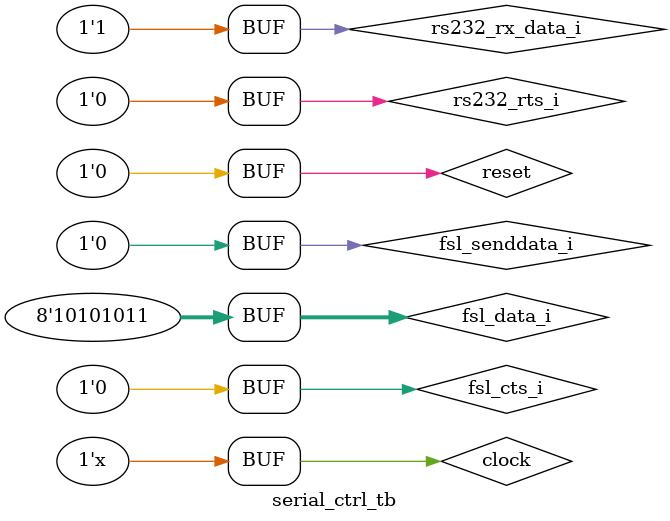
<source format=v>

`timescale 1 ns / 100 ps 

module serial_ctrl (
	fsl_data_i, fsl_senddata_i, fsl_cts_o,
	fsl_data_o, fsl_rxdata_o,   fsl_cts_i,
	rs232_tx_data_o, rs232_rx_data_i, rs232_rts_i, rs232_cts_o,
	clock, reset
);

parameter CLOCK_FREQ_MHZ = 50;
parameter BAUD_RATE = 115200;

input  wire [7:0] fsl_data_i;
input  wire       fsl_senddata_i;
output reg        fsl_cts_o;
output reg  [7:0] fsl_data_o;
output reg        fsl_rxdata_o;
input  wire       fsl_cts_i;
output wire       rs232_tx_data_o;
input  wire       rs232_rx_data_i;  // serial == 1 wire :)
input  wire       rs232_rts_i;
output reg        rs232_cts_o;

input  wire       clock, reset;

wire [7:0] rs232_rx_data;
wire       rs232_tx_ready;
reg        rs232_rts;
wire       rs232_rx_have_data;

	///////////////////////////////////////////////////////////////////////////
	// Serial In Module
    serial_in 
        #(
            .clk_freq(CLOCK_FREQ_MHZ * 1000000),
            .data_rate(BAUD_RATE),
			.delay_size(14)
		) serial_in0 (
            .clk(clock), 
            .rst(reset), 
            .serial_i(rs232_rx_data_i), 		// serial input line
            .data_o(rs232_rx_data), 			// parallel data received
            .have_data_o(rs232_rx_have_data)	// data_exists line
		);
    
	///////////////////////////////////////////////////////////////////////////
	// Serial Out Module
    serial_out
        #(
            .clk_freq(CLOCK_FREQ_MHZ * 1000000),
            .data_rate(BAUD_RATE))
        serial_out0(
            .clk(clock), 
            .rst(reset), 
            .data_size_i(8),
            .data_i(fsl_data_i),			// data to send out serially
            .start_i(fsl_senddata_i),		// start sending trigger
            .serial_o(rs232_tx_data_o),		// serial output line
            .ready_o(rs232_tx_ready)		// serial out !busy
		);

    always @ (posedge clock) begin
		if(reset) begin
			fsl_cts_o       <= 1'b0;
			fsl_data_o      <= 8'h00;
			fsl_rxdata_o    <= 1'b0;
			rs232_cts_o     <= 1'b0;
			rs232_rts       <= 1'b0;
		end
		else begin
			rs232_cts_o <= 1'b1;	// always accept data from outside
			fsl_cts_o <= rs232_tx_ready;
			fsl_data_o <= rs232_rx_data;
			rs232_rts <= rs232_rts_i;	// incoming data?
			fsl_rxdata_o <= fsl_cts_i ? rs232_rx_have_data : fsl_rxdata_o;	// we have data
		end
	end

endmodule

///////////////////////////////////////////////////////////////////////////////

module serial_ctrl_tb ( );

reg  [7:0] fsl_data_i;
reg        fsl_senddata_i;
wire       fsl_cts_o;
wire [7:0] fsl_data_o;
wire       fsl_rxdata_o;
reg        fsl_cts_i;
wire       rs232_tx_data_o;
reg        rs232_rx_data_i;
reg        rs232_rts_i;
wire       rs232_cts_o;
reg        clock, reset;

serial_ctrl serial_ctrl_0(
	.fsl_data_i      (fsl_data_i),
    .fsl_senddata_i  (fsl_senddata_i),
    .fsl_cts_o       (fsl_cts_o),
	.fsl_data_o      (fsl_data_o),
    .fsl_rxdata_o    (fsl_rxdata_o),
    .fsl_cts_i       (fsl_cts_i),
	.rs232_tx_data_o (rs232_tx_data_o),
    .rs232_rx_data_i (rs232_rx_data_i),
    .rs232_rts_i     (rs232_rts_i),
    .rs232_cts_o     (rs232_cts_o),
	.clock           (clock),
    .reset           (reset)
);

initial begin
	clock <= 1'b0;
	reset <= 1'b1;
	fsl_data_i <= 8'h00;
	fsl_senddata_i <= 1'b0;
	fsl_cts_i <= 1'b0;
	rs232_rx_data_i <= 1'b1;
	rs232_rts_i <= 1'b0;

	#1000 reset <= 1'b0;

	#1000 fsl_data_i <= 8'hAB;
	      fsl_senddata_i <= 1'b1;
	#60   fsl_senddata_i <= 1'b0;

	#4166400 rs232_rx_data_i <= 1'b0;	// start bit
	#416640 rs232_rx_data_i <= 1'b1;	
	#416640 rs232_rx_data_i <= 1'b1;	
	#416640 rs232_rx_data_i <= 1'b0;	
	#416640 rs232_rx_data_i <= 1'b1;	
	#416640 rs232_rx_data_i <= 1'b0;	
	#416640 rs232_rx_data_i <= 1'b1;	
	#416640 rs232_rx_data_i <= 1'b0;	
	#416640 rs232_rx_data_i <= 1'b1;	
	#416640 rs232_rx_data_i <= 1'b1;	// stop bit

	// test logic goes here . . .

end


always @ (posedge clock) begin
//	fsl_senddata_i <= 1'b0;
end

always begin
	#20 clock <= ~clock;
end

endmodule


</source>
